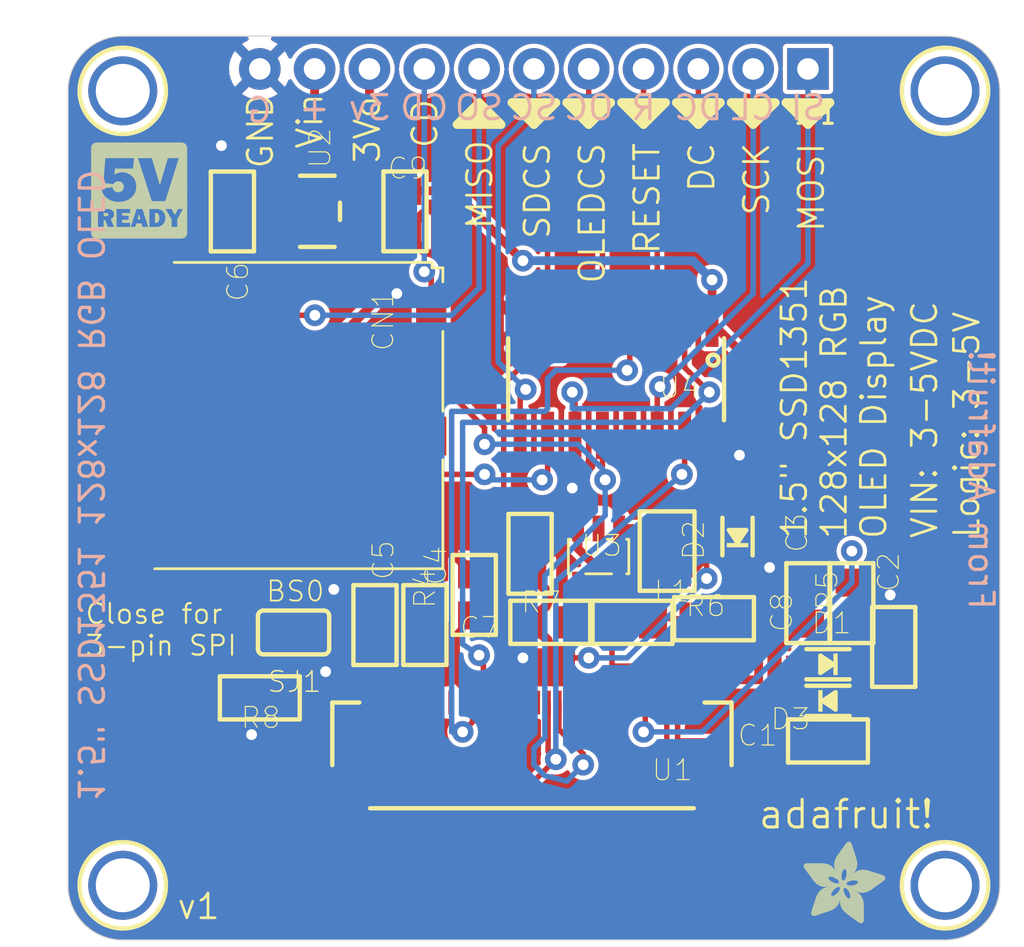
<source format=kicad_pcb>
(kicad_pcb (version 20221018) (generator pcbnew)
  (layers (0 "F.Cu" signal) (31 "B.Cu" signal) (34 "B.Paste" user) (35 "F.Paste" user) (36 "B.SilkS" user "B.Silkscreen") (37 "F.SilkS" user "F.Silkscreen") (38 "B.Mask" user) (39 "F.Mask" user) (44 "Edge.Cuts" user))
  (net 0 "")
  (net 1 "OLED_BS0")
  (net 2 "GND")
  (net 3 "IREF")
  (net 4 "MOSI/DATA1")
  (net 5 "SCK/DATA0")
  (net 6 "OLED_CS")
  (net 7 "OLED_DC")
  (net 8 "OLED_RES")
  (net 9 "VCOMH")
  (net 10 "N$6")
  (net 11 "N$7")
  (net 12 "3.3V")
  (net 13 "13V")
  (net 14 "N$3")
  (net 15 "N$5")
  (net 16 "N$8")
  (net 17 "VIN")
  (net 18 "SD_CS")
  (net 19 "SD_DOUT")
  (net 20 "SD_CD")
  (net 21 "N$12")
  (net 22 "N$13")
  (net 23 "DC")
  (net 24 "RESET")
  (net 25 "OCS")
  (net 26 "SCS")
  (net 27 "N$11")
  (footprint "working:SOT23-5" (layer "F.Cu") (at 138.4681 92.1736 -90)
    (fp_text reference "U2")
    (fp_text value "MIC5225-3.3v")
  )
  (footprint "working:SOT23-5@1" (layer "F.Cu") (at 151.4991 108.1786 180)
    (fp_text reference "U3")
    (fp_text value "FAN5331SX")
  )
  (footprint "working:SOD-123" (layer "F.Cu") (at 157.9361 107.2496 90)
    (fp_text reference "D2")
    (fp_text value "BAT54T1G")
  )
  (footprint "working:FIDUCIAL_1MM" (layer "F.Cu") (at 133.2611 85.3186)
    (fp_text reference "U$29" hide)
    (fp_text value "FIDUCIAL" hide)
  )
  (footprint "working:MICROSD" (layer "F.Cu") (at 144.1831 94.5926 -90)
    (fp_text reference "CN1")
    (fp_text value "microSD")
  )
  (footprint "working:0805" (layer "F.Cu") (at 145.7381 109.9566 -90)
    (fp_text reference "R4")
    (fp_text value "600K")
  )
  (footprint "working:LOGIC_5VREADY_5MM" (layer "F.Cu") (at 127.7101 93.7006)
    (fp_text reference "U$30" hide)
    (fp_text value "" hide)
  )
  (footprint "working:0805" (layer "F.Cu") (at 162.1271 116.7276 180)
    (fp_text reference "C1")
    (fp_text value "10uF/16V")
  )
  (footprint "working:FPC_XF2M-3015-1A" (layer "F.Cu") (at 148.4111 117.5766 180)
    (fp_text reference "U1")
    (fp_text value "UG-2828GDEDF11")
  )
  (footprint "working:SOIC16" (layer "F.Cu") (at 152.3111 99.9606 180)
    (fp_text reference "U4")
    (fp_text value "74HC4050D")
  )
  (footprint "working:MOUNTINGHOLE_2.5_PLATED" (layer "F.Cu") (at 167.5511 86.5886)
    (fp_text reference "U$24" hide)
    (fp_text value "MOUNTINGHOLE2.5" hide)
  )
  (footprint "working:SOLDERJUMPER_REFLOW_NOPASTE" (layer "F.Cu") (at 137.3651 111.6976)
    (fp_text reference "SJ1")
    (fp_text value "BS0")
  )
  (footprint "working:0805" (layer "F.Cu") (at 163.2301 110.3376 90)
    (fp_text reference "R5")
    (fp_text value "50")
  )
  (footprint "working:MOUNTINGHOLE_2.5_PLATED" (layer "F.Cu") (at 167.5511 123.4186)
    (fp_text reference "U$23" hide)
    (fp_text value "MOUNTINGHOLE2.5" hide)
  )
  (footprint "working:0805" (layer "F.Cu") (at 149.2601 111.2266 180)
    (fp_text reference "C7")
    (fp_text value "10uF")
  )
  (footprint "working:MOUNTINGHOLE_2.5_PLATED" (layer "F.Cu") (at 129.4511 86.5886)
    (fp_text reference "U$25" hide)
    (fp_text value "MOUNTINGHOLE2.5" hide)
  )
  (footprint "working:0805" (layer "F.Cu") (at 143.4521 111.3536 90)
    (fp_text reference "C4")
    (fp_text value "1.0uF")
  )
  (footprint "working:0805" (layer "F.Cu") (at 135.8011 114.7296)
    (fp_text reference "R8")
    (fp_text value "10K")
  )
  (footprint "working:0805" (layer "F.Cu") (at 165.1751 112.3696 90)
    (fp_text reference "C2")
    (fp_text value "10uF/16V")
  )
  (footprint "working:1X11_ROUND_76" (layer "F.Cu") (at 148.5011 85.5726 180)
    (fp_text reference "JP1")
    (fp_text value "")
  )
  (footprint "working:0805" (layer "F.Cu") (at 161.1981 110.3376 90)
    (fp_text reference "C3")
    (fp_text value "1.0uF")
  )
  (footprint "working:INDUCTOR_1007" (layer "F.Cu") (at 154.6741 107.9246 90)
    (fp_text reference "L1")
    (fp_text value "10uH")
  )
  (footprint "working:0805" (layer "F.Cu") (at 153.0701 111.2266)
    (fp_text reference "R6")
    (fp_text value "100K")
  )
  (footprint "working:SOD-323" (layer "F.Cu") (at 162.1271 113.1716 180)
    (fp_text reference "D1")
    (fp_text value "1N4148")
  )
  (footprint "working:0805" (layer "F.Cu") (at 142.5291 92.1766 -90)
    (fp_text reference "C9")
    (fp_text value "10uF")
  )
  (footprint "working:0805" (layer "F.Cu") (at 156.8461 111.0596)
    (fp_text reference "C8")
    (fp_text value "0.1uF")
  )
  (footprint "working:ADAFRUIT_3.5MM" (layer "F.Cu") (at 160.9841 125.1966)
    (fp_text reference "U$28" hide)
    (fp_text value "" hide)
  )
  (footprint "working:0805" (layer "F.Cu") (at 141.1381 111.3536 90)
    (fp_text reference "C5")
    (fp_text value "10uF")
  )
  (footprint "working:SOD-323" (layer "F.Cu") (at 162.1271 114.8696)
    (fp_text reference "D3")
    (fp_text value "1N4148")
  )
  (footprint "working:0805" (layer "F.Cu") (at 148.3241 108.0516 90)
    (fp_text reference "R7")
    (fp_text value "10K")
  )
  (footprint "working:FIDUCIAL_1MM" (layer "F.Cu") (at 148.7521 124.4346)
    (fp_text reference "U$26" hide)
    (fp_text value "FIDUCIAL" hide)
  )
  (footprint "working:FIDUCIAL_1MM" (layer "F.Cu") (at 163.7411 85.3186)
    (fp_text reference "U$27" hide)
    (fp_text value "FIDUCIAL" hide)
  )
  (footprint "working:0805" (layer "F.Cu") (at 134.5311 92.1796 -90)
    (fp_text reference "C6")
    (fp_text value "10uF")
  )
  (footprint "working:MOUNTINGHOLE_2.5_PLATED" (layer "F.Cu") (at 129.4511 123.4186)
    (fp_text reference "U$22" hide)
    (fp_text value "MOUNTINGHOLE2.5" hide)
  )
  (gr_line (start 155.6131 87.3876) (end 156.1211 87.3876) (stroke (width 0.4064)) (layer "F.SilkS"))
  (gr_line (start 154.5971 87.1336) (end 154.0891 87.1336) (stroke (width 0.4064)) (layer "F.SilkS"))
  (gr_line (start 153.3271 87.6416) (end 153.0731 87.3876) (stroke (width 0.4064)) (layer "F.SilkS"))
  (gr_line (start 161.2011 88.1496) (end 162.2171 87.1336) (stroke (width 0.4064)) (layer "F.SilkS"))
  (gr_line (start 153.5811 88.1496) (end 154.5971 87.1336) (stroke (width 0.4064)) (layer "F.SilkS"))
  (gr_line (start 162.2171 87.1336) (end 161.7091 87.1336) (stroke (width 0.4064)) (layer "F.SilkS"))
  (gr_line (start 148.2471 87.6416) (end 147.9931 87.3876) (stroke (width 0.4064)) (layer "F.SilkS"))
  (gr_line (start 153.0731 87.3876) (end 153.5811 87.3876) (stroke (width 0.4064)) (layer "F.SilkS"))
  (gr_line (start 161.2011 87.6416) (end 160.6931 87.1336) (stroke (width 0.4064)) (layer "F.SilkS"))
  (gr_line (start 146.4691 87.8956) (end 145.9611 87.8956) (stroke (width 0.4064)) (layer "F.SilkS"))
  (gr_line (start 161.7091 87.1336) (end 160.6931 87.1336) (stroke (width 0.4064)) (layer "F.SilkS"))
  (gr_line (start 161.7091 87.1336) (end 161.2011 87.6416) (stroke (width 0.4064)) (layer "F.SilkS"))
  (gr_line (start 151.0411 87.6416) (end 150.7871 87.6416) (stroke (width 0.4064)) (layer "F.SilkS"))
  (gr_line (start 155.8671 87.6416) (end 155.6131 87.3876) (stroke (width 0.4064)) (layer "F.SilkS"))
  (gr_line (start 151.5491 87.1336) (end 151.0411 87.6416) (stroke (width 0.4064)) (layer "F.SilkS"))
  (gr_line (start 151.0411 88.1496) (end 152.0571 87.1336) (stroke (width 0.4064)) (layer "F.SilkS"))
  (gr_line (start 158.6611 87.6416) (end 158.4071 87.6416) (stroke (width 0.4064)) (layer "F.SilkS"))
  (gr_line (start 158.4071 87.6416) (end 158.1531 87.3876) (stroke (width 0.4064)) (layer "F.SilkS"))
  (gr_line (start 154.0891 87.1336) (end 152.5651 87.1336) (stroke (width 0.4064)) (layer "F.SilkS"))
  (gr_line (start 158.6611 88.1496) (end 159.6771 87.1336) (stroke (width 0.4064)) (layer "F.SilkS"))
  (gr_line (start 144.9451 88.1496) (end 145.4531 88.1496) (stroke (width 0.4064)) (layer "F.SilkS"))
  (gr_line (start 147.9931 87.3876) (end 148.5011 87.3876) (stroke (width 0.4064)) (layer "F.SilkS"))
  (gr_line (start 157.1371 87.1336) (end 156.6291 87.1336) (stroke (width 0.4064)) (layer "F.SilkS"))
  (gr_line (start 160.6931 87.1336) (end 160.1851 87.1336) (stroke (width 0.4064)) (layer "F.SilkS"))
  (gr_line (start 150.0251 87.1336) (end 151.0411 88.1496) (stroke (width 0.4064)) (layer "F.SilkS"))
  (gr_line (start 156.1211 88.1496) (end 157.1371 87.1336) (stroke (width 0.4064)) (layer "F.SilkS"))
  (gr_line (start 155.1051 87.1336) (end 156.1211 88.1496) (stroke (width 0.4064)) (layer "F.SilkS"))
  (gr_line (start 150.5331 87.3876) (end 151.0411 87.3876) (stroke (width 0.4064)) (layer "F.SilkS"))
  (gr_line (start 154.0891 87.1336) (end 153.5811 87.6416) (stroke (width 0.4064)) (layer "F.SilkS"))
  (gr_line (start 151.5491 87.1336) (end 150.0251 87.1336) (stroke (width 0.4064)) (layer "F.SilkS"))
  (gr_line (start 145.9611 87.6416) (end 146.2151 87.6416) (stroke (width 0.4064)) (layer "F.SilkS"))
  (gr_line (start 156.1211 87.6416) (end 155.8671 87.6416) (stroke (width 0.4064)) (layer "F.SilkS"))
  (gr_line (start 150.7871 87.6416) (end 150.5331 87.3876) (stroke (width 0.4064)) (layer "F.SilkS"))
  (gr_line (start 153.5811 87.6416) (end 153.3271 87.6416) (stroke (width 0.4064)) (layer "F.SilkS"))
  (gr_line (start 145.9611 87.1336) (end 144.9451 88.1496) (stroke (width 0.4064)) (layer "F.SilkS"))
  (gr_line (start 149.0091 87.1336) (end 147.4851 87.1336) (stroke (width 0.4064)) (layer "F.SilkS"))
  (gr_line (start 156.6291 87.1336) (end 155.1051 87.1336) (stroke (width 0.4064)) (layer "F.SilkS"))
  (gr_line (start 145.4531 88.1496) (end 145.9611 87.6416) (stroke (width 0.4064)) (layer "F.SilkS"))
  (gr_line (start 146.9771 88.1496) (end 145.9611 87.1336) (stroke (width 0.4064)) (layer "F.SilkS"))
  (gr_line (start 157.6451 87.1336) (end 158.6611 88.1496) (stroke (width 0.4064)) (layer "F.SilkS"))
  (gr_line (start 158.1531 87.3876) (end 158.6611 87.3876) (stroke (width 0.4064)) (layer "F.SilkS"))
  (gr_line (start 159.1691 87.1336) (end 158.6611 87.6416) (stroke (width 0.4064)) (layer "F.SilkS"))
  (gr_line (start 147.4851 87.1336) (end 148.5011 88.1496) (stroke (width 0.4064)) (layer "F.SilkS"))
  (gr_line (start 148.5011 88.1496) (end 149.5171 87.1336) (stroke (width 0.4064)) (layer "F.SilkS"))
  (gr_line (start 159.1691 87.1336) (end 157.6451 87.1336) (stroke (width 0.4064)) (layer "F.SilkS"))
  (gr_line (start 160.1851 87.1336) (end 161.2011 88.1496) (stroke (width 0.4064)) (layer "F.SilkS"))
  (gr_line (start 148.5011 87.6416) (end 148.2471 87.6416) (stroke (width 0.4064)) (layer "F.SilkS"))
  (gr_line (start 152.5651 87.1336) (end 153.5811 88.1496) (stroke (width 0.4064)) (layer "F.SilkS"))
  (gr_line (start 156.6291 87.1336) (end 156.1211 87.6416) (stroke (width 0.4064)) (layer "F.SilkS"))
  (gr_line (start 159.6771 87.1336) (end 159.1691 87.1336) (stroke (width 0.4064)) (layer "F.SilkS"))
  (gr_line (start 152.0571 87.1336) (end 151.5491 87.1336) (stroke (width 0.4064)) (layer "F.SilkS"))
  (gr_line (start 149.0091 87.1336) (end 148.5011 87.6416) (stroke (width 0.4064)) (layer "F.SilkS"))
  (gr_line (start 145.4531 88.1496) (end 146.9771 88.1496) (stroke (width 0.4064)) (layer "F.SilkS"))
  (gr_line (start 146.2151 87.6416) (end 146.4691 87.8956) (stroke (width 0.4064)) (layer "F.SilkS"))
  (gr_line (start 149.5171 87.1336) (end 149.0091 87.1336) (stroke (width 0.4064)) (layer "F.SilkS"))
  (gr_arc (start 126.9111 86.5886) (mid 127.655049 84.792549) (end 129.4511 84.0486) (stroke (width 0.05)) (layer "Edge.Cuts"))
  (gr_line (start 170.0911 123.4186) (end 170.0911 86.5886) (stroke (width 0.05)) (layer "Edge.Cuts"))
  (gr_arc (start 170.0911 123.4186) (mid 169.347151 125.214651) (end 167.5511 125.9586) (stroke (width 0.05)) (layer "Edge.Cuts"))
  (gr_arc (start 129.4511 125.9586) (mid 127.655049 125.214651) (end 126.9111 123.4186) (stroke (width 0.05)) (layer "Edge.Cuts"))
  (gr_line (start 167.5511 84.0486) (end 129.4511 84.0486) (stroke (width 0.05)) (layer "Edge.Cuts"))
  (gr_arc (start 167.5511 84.0486) (mid 169.347151 84.792549) (end 170.0911 86.5886) (stroke (width 0.05)) (layer "Edge.Cuts"))
  (gr_line (start 129.4511 125.9586) (end 167.5511 125.9586) (stroke (width 0.05)) (layer "Edge.Cuts"))
  (gr_line (start 126.9111 86.5886) (end 126.9111 123.4186) (stroke (width 0.05)) (layer "Edge.Cuts"))
  (gr_text "CD" (at 143.4211 86.7156) (layer "B.SilkS") (effects (font (size 1.1176 1.1176) (thickness 0.1524)) (justify top mirror)))
  (gr_text "+" (at 138.3411 86.7156) (layer "B.SilkS") (effects (font (size 1.1176 1.1176) (thickness 0.1524)) (justify top mirror)))
  (gr_text "R" (at 153.5811 86.7156) (layer "B.SilkS") (effects (font (size 1.1176 1.1176) (thickness 0.1524)) (justify top mirror)))
  (gr_text "CL" (at 158.6611 86.7156) (layer "B.SilkS") (effects (font (size 1.1176 1.1176) (thickness 0.1524)) (justify top mirror)))
  (gr_text "SC" (at 148.5011 86.7156) (layer "B.SilkS") (effects (font (size 1.1176 1.1176) (thickness 0.1524)) (justify top mirror)))
  (gr_text "1.5\" SSD1351 128x128 RGB OLED" (at 127.2921 104.8766 -90) (layer "B.SilkS") (effects (font (size 1.1176 1.1176) (thickness 0.1524)) (justify bottom mirror)))
  (gr_text "3v" (at 140.8811 86.7156) (layer "B.SilkS") (effects (font (size 1.1176 1.1176) (thickness 0.1524)) (justify top mirror)))
  (gr_text "DC" (at 156.1211 86.7156) (layer "B.SilkS") (effects (font (size 1.1176 1.1176) (thickness 0.1524)) (justify top mirror)))
  (gr_text "SI" (at 161.2011 86.7156) (layer "B.SilkS") (effects (font (size 1.1176 1.1176) (thickness 0.1524)) (justify top mirror)))
  (gr_text "SO" (at 145.9611 86.7156) (layer "B.SilkS") (effects (font (size 1.1176 1.1176) (thickness 0.1524)) (justify top mirror)))
  (gr_text "From Adafruit!" (at 168.5671 104.6226 -90) (layer "B.SilkS") (effects (font (size 1.1176 1.1176) (thickness 0.1524)) (justify bottom mirror)))
  (gr_text "OC" (at 151.0411 86.7156) (layer "B.SilkS") (effects (font (size 1.1176 1.1176) (thickness 0.1524)) (justify top mirror)))
  (gr_text "G" (at 135.8011 86.8426) (layer "B.SilkS") (effects (font (size 1.1176 1.1176) (thickness 0.1524)) (justify top mirror)))
  (gr_text "DC" (at 155.6131 88.9116 90) (layer "F.SilkS") (effects (font (size 1.143 1.143) (thickness 0.127)) (justify right top)))
  (gr_text "Logic: 3-5V" (at 169.2281 107.4116 90) (layer "F.SilkS") (effects (font (size 1.143 1.143) (thickness 0.127)) (justify left bottom)))
  (gr_text "1.5\" SSD1351\n128x128 RGB \nOLED Display" (at 164.9181 107.4436 90) (layer "F.SilkS") (effects (font (size 1.143 1.143) (thickness 0.127)) (justify left bottom)))
  (gr_text "BS0" (at 136.0361 110.3376) (layer "F.SilkS") (effects (font (size 0.93472 0.93472) (thickness 0.08128)) (justify left bottom)))
  (gr_text "VIN: 3-5VDC" (at 167.2741 107.4116 90) (layer "F.SilkS") (effects (font (size 1.143 1.143) (thickness 0.127)) (justify left bottom)))
  (gr_text "Vin" (at 137.4521 86.6256 90) (layer "F.SilkS") (effects (font (size 1.143 1.143) (thickness 0.127)) (justify right top)))
  (gr_text "MISO" (at 145.3261 88.7846 90) (layer "F.SilkS") (effects (font (size 1.143 1.143) (thickness 0.127)) (justify right top)))
  (gr_text "3Vo" (at 140.1191 86.7526 90) (layer "F.SilkS") (effects (font (size 1.143 1.143) (thickness 0.127)) (justify right top)))
  (gr_text "OLEDCS" (at 150.5331 88.9116 90) (layer "F.SilkS") (effects (font (size 1.143 1.143) (thickness 0.127)) (justify right top)))
  (gr_text "CD" (at 142.7861 86.8796 90) (layer "F.SilkS") (effects (font (size 1.143 1.143) (thickness 0.127)) (justify right top)))
  (gr_text "Close for\n3-pin SPI" (at 127.6551 112.8406) (layer "F.SilkS") (effects (font (size 0.9144 0.9144) (thickness 0.1016)) (justify left bottom)))
  (gr_text "MOSI" (at 160.6931 88.9116 90) (layer "F.SilkS") (effects (font (size 1.143 1.143) (thickness 0.127)) (justify right top)))
  (gr_text "v1" (at 131.9011 125.0696) (layer "F.SilkS") (effects (font (size 1.143 1.143) (thickness 0.127)) (justify left bottom)))
  (gr_text "RESET" (at 153.0731 88.9116 90) (layer "F.SilkS") (effects (font (size 1.143 1.143) (thickness 0.127)) (justify right top)))
  (gr_text "adafruit!" (at 158.8251 120.8786) (layer "F.SilkS") (effects (font (size 1.28016 1.28016) (thickness 0.14224)) (justify left bottom)))
  (gr_text "GND" (at 135.1661 86.6256 90) (layer "F.SilkS") (effects (font (size 1.143 1.143) (thickness 0.127)) (justify right top)))
  (gr_text "SCK" (at 158.1531 88.9116 90) (layer "F.SilkS") (effects (font (size 1.143 1.143) (thickness 0.127)) (justify right top)))
  (gr_text "SDCS" (at 147.9931 88.9116 90) (layer "F.SilkS") (effects (font (size 1.143 1.143) (thickness 0.127)) (justify right top)))
  (segment (start 147.6611 114.9466) (end 147.6611 117.3226) (width 0.254) (layer "F.Cu") (net 1))
  (segment (start 136.7511 111.8456) (end 136.7511 114.7296) (width 0.254) (layer "F.Cu") (net 1))
  (segment (start 136.6031 111.6976) (end 136.7511 111.8456) (width 0.254) (layer "F.Cu") (net 1))
  (segment (start 136.7511 117.3226) (end 147.6611 117.3226) (width 0.254) (layer "F.Cu") (net 1))
  (segment (start 136.5631 114.5416) (end 136.7511 114.7296) (width 0.254) (layer "F.Cu") (net 1))
  (segment (start 136.7511 114.7296) (end 136.7511 117.3226) (width 0.254) (layer "F.Cu") (net 1))
  (segment (start 165.0111 111.2556) (end 165.0111 109.9566) (width 0.4064) (layer "F.Cu") (net 2))
  (segment (start 130.6431 94.9926) (end 130.7211 94.9146) (width 0.4064) (layer "F.Cu") (net 2))
  (segment (start 163.0771 116.7276) (end 163.0771 116.6586) (width 0.4064) (layer "F.Cu") (net 2))
  (segment (start 162.0501 114.8696) (end 160.8571 114.8696) (width 0.4064) (layer "F.Cu") (net 2))
  (segment (start 141.1351 114.9206) (end 141.1611 114.9466) (width 0.254) (layer "F.Cu") (net 2))
  (segment (start 148.2471 111.2896) (end 148.3101 111.2266) (width 0.254) (layer "F.Cu") (net 2))
  (segment (start 142.1611 114.9466) (end 142.1611 114.0306) (width 0.254) (layer "F.Cu") (net 2))
  (segment (start 142.1611 114.0306) (end 141.8971 113.7666) (width 0.254) (layer "F.Cu") (net 2))
  (segment (start 134.7221 92.9386) (end 134.5311 93.1296) (width 0.4064) (layer "F.Cu") (net 2))
  (segment (start 147.1611 114.0906) (end 147.4851 113.7666) (width 0.254) (layer "F.Cu") (net 2))
  (segment (start 147.4851 113.7666) (end 147.9931 113.7666) (width 0.4064) (layer "F.Cu") (net 2))
  (segment (start 137.168 92.1736) (end 136.3121 92.1736) (width 0.4064) (layer "F.Cu") (net 2))
  (segment (start 162.2171 115.0366) (end 162.0501 114.8696) (width 0.4064) (layer "F.Cu") (net 2))
  (segment (start 163.0771 116.6586) (end 162.2171 115.7986) (width 0.4064) (layer "F.Cu") (net 2))
  (segment (start 136.3121 92.1736) (end 135.5471 92.9386) (width 0.4064) (layer "F.Cu") (net 2))
  (segment (start 141.8971 113.7666) (end 141.1351 113.7666) (width 0.254) (layer "F.Cu") (net 2))
  (segment (start 147.9931 113.7666) (end 147.9931 112.8776) (width 0.4064) (layer "F.Cu") (net 2))
  (segment (start 135.5471 92.9386) (end 134.7221 92.9386) (width 0.4064) (layer "F.Cu") (net 2))
  (segment (start 165.1751 111.4196) (end 165.0111 111.2556) (width 0.4064) (layer "F.Cu") (net 2))
  (segment (start 147.1611 114.9466) (end 147.1611 114.0906) (width 0.254) (layer "F.Cu") (net 2))
  (segment (start 162.2171 115.7986) (end 162.2171 115.0366) (width 0.4064) (layer "F.Cu") (net 2))
  (segment (start 161.1981 111.2876) (end 161.1371 111.2266) (width 0.4064) (layer "F.Cu") (net 2))
  (segment (start 141.1351 113.7666) (end 141.1351 114.9206) (width 0.254) (layer "F.Cu") (net 2))
  (via (at 165.0111 109.9566) (size 1.008) (drill 0.5) (layers "F.Cu" "B.Cu") (net 2))
  (via (at 142.1511 95.9866) (size 1.008) (drill 0.5) (layers "F.Cu" "B.Cu") (net 2))
  (via (at 159.4231 108.6866) (size 1.008) (drill 0.5) (layers "F.Cu" "B.Cu") (net 2))
  (via (at 139.2301 109.7026) (size 1.008) (drill 0.5) (layers "F.Cu" "B.Cu") (net 2))
  (via (at 138.8491 113.5126) (size 1.008) (drill 0.5) (layers "F.Cu" "B.Cu") (net 2))
  (via (at 135.4201 116.4336) (size 1.008) (drill 0.5) (layers "F.Cu" "B.Cu") (net 2))
  (via (at 150.2791 105.0036) (size 1.008) (drill 0.5) (layers "F.Cu" "B.Cu") (net 2))
  (via (at 147.9931 112.8776) (size 1.008) (drill 0.5) (layers "F.Cu" "B.Cu") (net 2))
  (via (at 134.0231 89.1286) (size 1.008) (drill 0.5) (layers "F.Cu" "B.Cu") (net 2))
  (via (at 158.0261 103.4796) (size 1.008) (drill 0.5) (layers "F.Cu" "B.Cu") (net 2))
  (segment (start 165.0111 109.9566) (end 165.0111 109.7026) (width 0.4064) (layer "B.Cu") (net 2))
  (segment (start 145.1611 114.2366) (end 144.9451 114.0206) (width 0.254) (layer "F.Cu") (net 3))
  (segment (start 145.1611 114.9466) (end 145.1611 114.2366) (width 0.254) (layer "F.Cu") (net 3))
  (segment (start 144.9451 114.0206) (end 144.9451 111.6996) (width 0.254) (layer "F.Cu") (net 3))
  (segment (start 144.9451 111.6996) (end 145.7381 110.9066) (width 0.254) (layer "F.Cu") (net 3))
  (segment (start 151.6761 104.4956) (end 151.6761 102.5606) (width 0.254) (layer "F.Cu") (net 4))
  (segment (start 151.8031 104.6226) (end 151.6761 104.4956) (width 0.254) (layer "F.Cu") (net 4))
  (segment (start 149.6611 114.9466) (end 149.6611 116.1966) (width 0.254) (layer "F.Cu") (net 4))
  (segment (start 144.8181 100.8126) (end 146.2151 102.2096) (width 0.254) (layer "F.Cu") (net 4))
  (segment (start 142.3331 101.3926) (end 142.9131 100.8126) (width 0.254) (layer "F.Cu") (net 4))
  (segment (start 146.2151 102.2096) (end 146.2151 102.9716) (width 0.254) (layer "F.Cu") (net 4))
  (segment (start 149.6611 116.1966) (end 150.7871 117.3226) (width 0.254) (layer "F.Cu") (net 4))
  (segment (start 142.9131 100.8126) (end 144.8181 100.8126) (width 0.254) (layer "F.Cu") (net 4))
  (segment (start 150.7871 117.3226) (end 150.7871 117.8306) (width 0.254) (layer "F.Cu") (net 4))
  (segment (start 133.5431 101.3926) (end 142.3331 101.3926) (width 0.254) (layer "F.Cu") (net 4))
  (via (at 146.2151 102.9716) (size 1.008) (drill 0.5) (layers "F.Cu" "B.Cu") (net 4))
  (via (at 151.8031 104.6226) (size 1.008) (drill 0.5) (layers "F.Cu" "B.Cu") (net 4))
  (via (at 150.7871 117.8306) (size 1.008) (drill 0.5) (layers "F.Cu" "B.Cu") (net 4))
  (segment (start 150.5331 102.9716) (end 151.6761 104.1146) (width 0.254) (layer "B.Cu") (net 4))
  (segment (start 149.0091 109.0676) (end 151.8031 106.2736) (width 0.254) (layer "B.Cu") (net 4))
  (segment (start 151.6761 104.4956) (end 151.8031 104.6226) (width 0.254) (layer "B.Cu") (net 4))
  (segment (start 150.7871 117.8306) (end 150.0251 118.5926) (width 0.254) (layer "B.Cu") (net 4))
  (segment (start 151.6761 104.1146) (end 151.6761 104.4956) (width 0.254) (layer "B.Cu") (net 4))
  (segment (start 150.0251 118.5926) (end 149.0091 118.3386) (width 0.254) (layer "B.Cu") (net 4))
  (segment (start 149.0091 118.3386) (end 148.5011 117.8306) (width 0.254) (layer "B.Cu") (net 4))
  (segment (start 149.0091 116.5606) (end 149.0091 109.0676) (width 0.254) (layer "B.Cu") (net 4))
  (segment (start 151.8031 106.2736) (end 151.8031 104.6226) (width 0.254) (layer "B.Cu") (net 4))
  (segment (start 148.5011 117.0686) (end 149.0091 116.5606) (width 0.254) (layer "B.Cu") (net 4))
  (segment (start 146.2151 102.9716) (end 150.5331 102.9716) (width 0.254) (layer "B.Cu") (net 4))
  (segment (start 148.5011 117.8306) (end 148.5011 117.0686) (width 0.254) (layer "B.Cu") (net 4))
  (segment (start 131.2291 105.7656) (end 133.0071 107.5436) (width 0.254) (layer "F.Cu") (net 5))
  (segment (start 155.4861 104.2416) (end 155.4861 102.5606) (width 0.254) (layer "F.Cu") (net 5))
  (segment (start 137.9601 120.4976) (end 146.5961 120.4976) (width 0.254) (layer "F.Cu") (net 5))
  (segment (start 133.0071 107.5436) (end 133.0071 115.5446) (width 0.254) (layer "F.Cu") (net 5))
  (segment (start 146.5961 120.4976) (end 149.5171 117.5766) (width 0.254) (layer "F.Cu") (net 5))
  (segment (start 149.1611 117.2206) (end 149.5171 117.5766) (width 0.254) (layer "F.Cu") (net 5))
  (segment (start 155.3591 104.3686) (end 155.4861 104.2416) (width 0.254) (layer "F.Cu") (net 5))
  (segment (start 131.9601 99.1926) (end 131.2291 99.9236) (width 0.254) (layer "F.Cu") (net 5))
  (segment (start 131.2291 99.9236) (end 131.2291 105.7656) (width 0.254) (layer "F.Cu") (net 5))
  (segment (start 133.0071 115.5446) (end 137.9601 120.4976) (width 0.254) (layer "F.Cu") (net 5))
  (segment (start 149.1611 114.9466) (end 149.1611 117.2206) (width 0.254) (layer "F.Cu") (net 5))
  (segment (start 133.5431 99.1926) (end 131.9601 99.1926) (width 0.254) (layer "F.Cu") (net 5))
  (via (at 149.5171 117.5766) (size 1.008) (drill 0.5) (layers "F.Cu" "B.Cu") (net 5))
  (via (at 155.3591 104.3686) (size 1.008) (drill 0.5) (layers "F.Cu" "B.Cu") (net 5))
  (segment (start 149.5171 109.3216) (end 155.3591 104.3686) (width 0.254) (layer "B.Cu") (net 5))
  (segment (start 149.5171 117.5766) (end 149.5171 109.3216) (width 0.254) (layer "B.Cu") (net 5))
  (segment (start 149.7711 99.0346) (end 150.2791 98.5266) (width 0.254) (layer "F.Cu") (net 6))
  (segment (start 146.6611 113.4476) (end 147.1041 113.0046) (width 0.254) (layer "F.Cu") (net 6))
  (segment (start 150.2791 98.5266) (end 150.2791 97.4876) (width 0.254) (layer "F.Cu") (net 6))
  (segment (start 147.1041 100.1776) (end 148.2471 99.0346) (width 0.254) (layer "F.Cu") (net 6))
  (segment (start 146.6611 114.9466) (end 146.6611 113.4476) (width 0.254) (layer "F.Cu") (net 6))
  (segment (start 148.2471 99.0346) (end 149.7711 99.0346) (width 0.254) (layer "F.Cu") (net 6))
  (segment (start 150.2791 97.4876) (end 150.4061 97.3606) (width 0.254) (layer "F.Cu") (net 6))
  (segment (start 147.1041 113.0046) (end 147.1041 100.1776) (width 0.254) (layer "F.Cu") (net 6))
  (segment (start 155.4861 99.4156) (end 155.4861 97.3606) (width 0.254) (layer "F.Cu") (net 7))
  (segment (start 146.1611 114.9466) (end 146.1611 112.9506) (width 0.254) (layer "F.Cu") (net 7))
  (segment (start 146.1611 112.9506) (end 145.9611 112.7506) (width 0.254) (layer "F.Cu") (net 7))
  (segment (start 156.6291 100.5586) (end 155.4861 99.4156) (width 0.254) (layer "F.Cu") (net 7))
  (via (at 156.6291 100.5586) (size 1.008) (drill 0.5) (layers "F.Cu" "B.Cu") (net 7))
  (via (at 145.9611 112.7506) (size 1.008) (drill 0.5) (layers "F.Cu" "B.Cu") (net 7))
  (segment (start 155.2321 101.9556) (end 156.6291 100.5586) (width 0.254) (layer "B.Cu") (net 7))
  (segment (start 145.1991 112.2426) (end 145.1991 101.9556) (width 0.254) (layer "B.Cu") (net 7))
  (segment (start 145.1991 101.9556) (end 155.2321 101.9556) (width 0.254) (layer "B.Cu") (net 7))
  (segment (start 145.9611 112.7506) (end 145.1991 112.2426) (width 0.254) (layer "B.Cu") (net 7))
  (segment (start 145.6611 114.9466) (end 145.6611 115.8446) (width 0.254) (layer "F.Cu") (net 8))
  (segment (start 152.9461 99.4156) (end 152.9461 97.3606) (width 0.254) (layer "F.Cu") (net 8))
  (segment (start 145.6611 115.8446) (end 145.1991 116.3066) (width 0.254) (layer "F.Cu") (net 8))
  (segment (start 152.8191 99.5426) (end 152.9461 99.4156) (width 0.254) (layer "F.Cu") (net 8))
  (via (at 152.8191 99.5426) (size 1.008) (drill 0.5) (layers "F.Cu" "B.Cu") (net 8))
  (via (at 145.1991 116.3066) (size 1.008) (drill 0.5) (layers "F.Cu" "B.Cu") (net 8))
  (segment (start 144.6911 116.3066) (end 144.6911 101.4476) (width 0.254) (layer "B.Cu") (net 8))
  (segment (start 149.1361 101.3206) (end 149.1361 99.9236) (width 0.254) (layer "B.Cu") (net 8))
  (segment (start 149.5171 99.5426) (end 152.8191 99.5426) (width 0.254) (layer "B.Cu") (net 8))
  (segment (start 149.0091 101.4476) (end 149.1361 101.3206) (width 0.254) (layer "B.Cu") (net 8))
  (segment (start 144.6911 101.4476) (end 149.0091 101.4476) (width 0.254) (layer "B.Cu") (net 8))
  (segment (start 149.1361 99.9236) (end 149.5171 99.5426) (width 0.254) (layer "B.Cu") (net 8))
  (segment (start 145.1991 116.3066) (end 144.6911 116.3066) (width 0.254) (layer "B.Cu") (net 8))
  (segment (start 159.6771 117.3226) (end 159.6771 118.0846) (width 0.254) (layer "F.Cu") (net 9))
  (segment (start 165.1751 118.0846) (end 165.1751 113.3196) (width 0.254) (layer "F.Cu") (net 9))
  (segment (start 159.6771 118.0846) (end 165.1751 118.0846) (width 0.254) (layer "F.Cu") (net 9))
  (segment (start 154.6611 117.3226) (end 159.6771 117.3226) (width 0.254) (layer "F.Cu") (net 9))
  (segment (start 154.6611 114.9466) (end 154.6611 117.3226) (width 0.254) (layer "F.Cu") (net 9))
  (segment (start 163.2331 109.3846) (end 163.2301 109.3876) (width 0.254) (layer "F.Cu") (net 10))
  (segment (start 153.6611 116.3066) (end 153.5811 116.3066) (width 0.254) (layer "F.Cu") (net 10))
  (segment (start 153.6611 114.9466) (end 153.6611 116.3066) (width 0.254) (layer "F.Cu") (net 10))
  (segment (start 163.2331 107.9246) (end 163.2331 109.3846) (width 0.254) (layer "F.Cu") (net 10))
  (via (at 163.2331 107.9246) (size 1.008) (drill 0.5) (layers "F.Cu" "B.Cu") (net 10))
  (via (at 153.5811 116.3066) (size 1.008) (drill 0.5) (layers "F.Cu" "B.Cu") (net 10))
  (segment (start 163.2301 109.3876) (end 163.2301 107.9276) (width 0.254) (layer "B.Cu") (net 10))
  (segment (start 163.2301 107.9276) (end 163.2331 107.9246) (width 0.254) (layer "B.Cu") (net 10))
  (segment (start 153.5811 116.3066) (end 156.3111 116.3066) (width 0.254) (layer "B.Cu") (net 10))
  (segment (start 156.3111 116.3066) (end 163.2301 109.3876) (width 0.254) (layer "B.Cu") (net 10))
  (segment (start 161.3461 113.1716) (end 163.2301 111.2876) (width 0.3048) (layer "F.Cu") (net 11))
  (segment (start 160.8571 113.1716) (end 161.3461 113.1716) (width 0.3048) (layer "F.Cu") (net 11))
  (segment (start 150.5491 110.8876) (end 150.5491 109.4787) (width 0.4064) (layer "F.Cu") (net 12))
  (segment (start 156.7561 97.3606) (end 159.2961 99.9006) (width 0.4064) (layer "F.Cu") (net 12))
  (segment (start 159.2961 107.5436) (end 160.7511 107.5436) (width 0.4064) (layer "F.Cu") (net 12))
  (segment (start 141.0081 91.2236) (end 140.8811 91.2236) (width 0.4064) (layer "F.Cu") (net 12))
  (segment (start 138.7331 112.3036) (end 141.1381 112.3036) (width 0.254) (layer "F.Cu") (net 12))
  (segment (start 150.2791 112.8776) (end 150.2791 111.2266) (width 0.254) (layer "F.Cu") (net 12))
  (segment (start 154.6741 109.0516) (end 155.6291 109.0516) (width 0.4064) (layer "F.Cu") (net 12))
  (segment (start 150.2791 112.8776) (end 151.0411 112.8776) (width 0.254) (layer "F.Cu") (net 12))
  (segment (start 142.5291 91.2266) (end 142.5261 91.2236) (width 0.4064) (layer "F.Cu") (net 12))
  (segment (start 137.9601 110.0836) (end 138.1271 110.2506) (width 0.4064) (layer "F.Cu") (net 12))
  (segment (start 133.1431 100.2926) (end 137.2101 100.2926) (width 0.4064) (layer "F.Cu") (net 12))
  (segment (start 152.4491 109.4787) (end 152.8762 109.0516) (width 0.4064) (layer "F.Cu") (net 12))
  (segment (start 157.1371 107.5436) (end 159.2961 107.5436) (width 0.4064) (layer "F.Cu") (net 12))
  (segment (start 138.1271 110.2506) (end 138.1271 111.6976) (width 0.4064) (layer "F.Cu") (net 12))
  (segment (start 154.1611 114.9466) (end 154.1611 114.0206) (width 0.254) (layer "F.Cu") (net 12))
  (segment (start 141.1381 112.3036) (end 142.6611 113.8266) (width 0.254) (layer "F.Cu") (net 12))
  (segment (start 156.5021 108.1786) (end 157.1371 107.5436) (width 0.4064) (layer "F.Cu") (net 12))
  (segment (start 136.6901 110.0836) (end 137.9601 110.0836) (width 0.4064) (layer "F.Cu") (net 12))
  (segment (start 156.5021 109.1946) (end 156.5021 108.1786) (width 0.254) (layer "F.Cu") (net 12))
  (segment (start 161.2011 108.9406) (end 161.1981 109.3876) (width 0.4064) (layer "F.Cu") (net 12))
  (segment (start 142.5261 91.2236) (end 144.7541 91.2236) (width 0.4064) (layer "F.Cu") (net 12))
  (segment (start 156.7561 95.3516) (end 156.7561 97.3606) (width 0.4064) (layer "F.Cu") (net 12))
  (segment (start 160.7511 107.5436) (end 161.2011 107.9936) (width 0.4064) (layer "F.Cu") (net 12))
  (segment (start 140.8811 85.5726) (end 140.8811 91.2236) (width 0.4064) (layer "F.Cu") (net 12))
  (segment (start 159.2961 99.9006) (end 159.2961 107.5436) (width 0.4064) (layer "F.Cu") (net 12))
  (segment (start 142.5261 91.2236) (end 141.0081 91.2236) (width 0.4064) (layer "F.Cu") (net 12))
  (segment (start 154.1611 114.0206) (end 150.2791 114.0206) (width 0.254) (layer "F.Cu") (net 12))
  (segment (start 150.2791 111.2266) (end 150.2101 111.2266) (width 0.254) (layer "F.Cu") (net 12))
  (segment (start 150.2791 114.0206) (end 150.2791 112.8776) (width 0.254) (layer "F.Cu") (net 12))
  (segment (start 131.9911 100.2926) (end 131.9911 105.3846) (width 0.4064) (layer "F.Cu") (net 12))
  (segment (start 133.1431 100.2926) (end 131.9911 100.2926) (width 0.4064) (layer "F.Cu") (net 12))
  (segment (start 161.2011 107.9936) (end 161.2011 108.9406) (width 0.4064) (layer "F.Cu") (net 12))
  (segment (start 144.7541 91.2236) (end 147.9931 94.4626) (width 0.4064) (layer "F.Cu") (net 12))
  (segment (start 152.8762 109.0516) (end 154.6741 109.0516) (width 0.4064) (layer "F.Cu") (net 12))
  (segment (start 138.1271 111.6976) (end 138.7331 112.3036) (width 0.254) (layer "F.Cu") (net 12))
  (segment (start 140.8811 91.2236) (end 139.7682 91.2236) (width 0.4064) (layer "F.Cu") (net 12))
  (segment (start 142.6611 113.8266) (end 142.6611 114.9466) (width 0.254) (layer "F.Cu") (net 12))
  (segment (start 155.6291 109.0516) (end 156.5021 108.1786) (width 0.4064) (layer "F.Cu") (net 12))
  (segment (start 131.9911 105.3846) (end 136.6901 110.0836) (width 0.4064) (layer "F.Cu") (net 12))
  (segment (start 150.2101 111.2266) (end 150.5491 110.8876) (width 0.4064) (layer "F.Cu") (net 12))
  (segment (start 137.2101 100.2926) (end 141.0081 96.4946) (width 0.4064) (layer "F.Cu") (net 12))
  (segment (start 141.0081 96.4946) (end 141.0081 91.2236) (width 0.4064) (layer "F.Cu") (net 12))
  (via (at 156.5021 109.1946) (size 1.008) (drill 0.5) (layers "F.Cu" "B.Cu") (net 12))
  (via (at 151.0411 112.8776) (size 1.008) (drill 0.5) (layers "F.Cu" "B.Cu") (net 12))
  (via (at 147.9931 94.4626) (size 1.008) (drill 0.5) (layers "F.Cu" "B.Cu") (net 12))
  (via (at 156.7561 95.3516) (size 1.008) (drill 0.5) (layers "F.Cu" "B.Cu") (net 12))
  (segment (start 151.0411 112.8776) (end 152.8191 112.8776) (width 0.254) (layer "B.Cu") (net 12))
  (segment (start 152.8191 112.8776) (end 156.5021 109.1946) (width 0.254) (layer "B.Cu") (net 12))
  (segment (start 147.9931 94.4626) (end 155.8671 94.4626) (width 0.4064) (layer "B.Cu") (net 12))
  (segment (start 155.8671 94.4626) (end 156.7561 95.3516) (width 0.4064) (layer "B.Cu") (net 12))
  (segment (start 158.9151 113.8936) (end 158.9151 109.5756) (width 0.4064) (layer "F.Cu") (net 13))
  (segment (start 155.1611 114.9466) (end 155.1611 116.7276) (width 0.254) (layer "F.Cu") (net 13))
  (segment (start 154.1871 111.0596) (end 155.8961 111.0596) (width 0.254) (layer "F.Cu") (net 13))
  (segment (start 154.1871 111.0596) (end 154.0201 111.2266) (width 0.254) (layer "F.Cu") (net 13))
  (segment (start 155.1611 116.7276) (end 161.1771 116.7276) (width 0.254) (layer "F.Cu") (net 13))
  (segment (start 155.1611 114.1476) (end 155.3591 113.8936) (width 0.254) (layer "F.Cu") (net 13))
  (segment (start 158.9151 109.5756) (end 158.4391 109.0996) (width 0.4064) (layer "F.Cu") (net 13))
  (segment (start 155.1611 114.9466) (end 155.1611 114.1476) (width 0.254) (layer "F.Cu") (net 13))
  (segment (start 155.3591 113.8936) (end 158.9151 113.8936) (width 0.4064) (layer "F.Cu") (net 13))
  (segment (start 156.1501 110.6316) (end 157.9361 109.0996) (width 0.254) (layer "F.Cu") (net 13))
  (segment (start 155.8961 111.0596) (end 156.1501 110.6316) (width 0.254) (layer "F.Cu") (net 13))
  (segment (start 158.4391 109.0996) (end 157.9361 109.0996) (width 0.4064) (layer "F.Cu") (net 13))
  (segment (start 143.1611 112.5946) (end 143.1611 114.9466) (width 0.254) (layer "F.Cu") (net 14))
  (segment (start 143.4521 112.3036) (end 143.1611 112.5946) (width 0.254) (layer "F.Cu") (net 14))
  (segment (start 154.5932 106.8785) (end 154.6741 106.7976) (width 0.4064) (layer "F.Cu") (net 15))
  (segment (start 152.4491 106.8785) (end 154.5932 106.8785) (width 0.4064) (layer "F.Cu") (net 15))
  (segment (start 154.6741 106.7976) (end 156.5381 106.7976) (width 0.4064) (layer "F.Cu") (net 15))
  (segment (start 156.5381 106.7976) (end 157.9361 105.3996) (width 0.4064) (layer "F.Cu") (net 15))
  (segment (start 151.5491 110.6556) (end 151.5491 108.8136) (width 0.4064) (layer "F.Cu") (net 16))
  (segment (start 148.5472 106.8785) (end 150.5491 106.8785) (width 0.4064) (layer "F.Cu") (net 16))
  (segment (start 150.5491 107.8136) (end 150.5491 106.8785) (width 0.4064) (layer "F.Cu") (net 16))
  (segment (start 152.1201 111.2266) (end 152.1201 113.2586) (width 0.254) (layer "F.Cu") (net 16))
  (segment (start 152.1201 113.2586) (end 157.8991 113.2586) (width 0.254) (layer "F.Cu") (net 16))
  (segment (start 157.8991 113.2586) (end 157.8991 111.0596) (width 0.254) (layer "F.Cu") (net 16))
  (segment (start 148.3241 107.1016) (end 148.5472 106.8785) (width 0.4064) (layer "F.Cu") (net 16))
  (segment (start 151.5491 108.8136) (end 150.5491 107.8136) (width 0.4064) (layer "F.Cu") (net 16))
  (segment (start 152.1201 111.2266) (end 151.5491 110.6556) (width 0.4064) (layer "F.Cu") (net 16))
  (segment (start 157.8991 111.0596) (end 157.7961 111.0596) (width 0.254) (layer "F.Cu") (net 16))
  (segment (start 134.5371 91.2236) (end 137.168 91.2236) (width 0.4064) (layer "F.Cu") (net 17))
  (segment (start 138.3411 93.1236) (end 137.168 93.1236) (width 0.4064) (layer "F.Cu") (net 17))
  (segment (start 137.168 91.2236) (end 138.3411 91.2236) (width 0.4064) (layer "F.Cu") (net 17))
  (segment (start 134.5311 91.2296) (end 134.5371 91.2236) (width 0.4064) (layer "F.Cu") (net 17))
  (segment (start 138.3411 91.2236) (end 138.3411 85.5726) (width 0.4064) (layer "F.Cu") (net 17))
  (segment (start 138.3411 91.2236) (end 138.3411 93.1236) (width 0.4064) (layer "F.Cu") (net 17))
  (segment (start 133.9431 102.4926) (end 141.0081 102.4926) (width 0.254) (layer "F.Cu") (net 18))
  (segment (start 142.5321 103.9876) (end 142.9131 104.3686) (width 0.254) (layer "F.Cu") (net 18))
  (segment (start 148.8821 104.6226) (end 149.1361 104.3686) (width 0.254) (layer "F.Cu") (net 18))
  (segment (start 149.1361 104.3686) (end 149.1361 102.5606) (width 0.254) (layer "F.Cu") (net 18))
  (segment (start 141.0081 102.4926) (end 142.5321 103.9876) (width 0.254) (layer "F.Cu") (net 18))
  (segment (start 142.9131 104.3686) (end 146.2151 104.3686) (width 0.254) (layer "F.Cu") (net 18))
  (via (at 148.8821 104.6226) (size 1.008) (drill 0.5) (layers "F.Cu" "B.Cu") (net 18))
  (via (at 146.2151 104.3686) (size 1.008) (drill 0.5) (layers "F.Cu" "B.Cu") (net 18))
  (segment (start 146.2151 104.3686) (end 146.4691 104.6226) (width 0.254) (layer "B.Cu") (net 18))
  (segment (start 146.4691 104.6226) (end 148.8821 104.6226) (width 0.254) (layer "B.Cu") (net 18))
  (segment (start 133.5431 96.9926) (end 138.3511 96.9926) (width 0.254) (layer "F.Cu") (net 19))
  (via (at 138.3511 96.9926) (size 1.008) (drill 0.5) (layers "F.Cu" "B.Cu") (net 19))
  (segment (start 138.3511 96.9926) (end 144.6911 96.9926) (width 0.254) (layer "B.Cu") (net 19))
  (segment (start 144.6911 96.9926) (end 145.9611 95.7226) (width 0.254) (layer "B.Cu") (net 19))
  (segment (start 145.9611 95.7226) (end 145.9611 85.5726) (width 0.254) (layer "B.Cu") (net 19))
  (segment (start 143.7431 95.2926) (end 143.4211 94.9706) (width 0.254) (layer "F.Cu") (net 20))
  (segment (start 143.7431 96.5926) (end 143.7431 95.2926) (width 0.254) (layer "F.Cu") (net 20))
  (via (at 143.4211 94.9706) (size 1.008) (drill 0.5) (layers "F.Cu" "B.Cu") (net 20))
  (segment (start 143.4211 94.9706) (end 143.4211 85.5726) (width 0.254) (layer "B.Cu") (net 20))
  (segment (start 150.4061 100.6856) (end 150.4061 102.5606) (width 0.254) (layer "F.Cu") (net 21))
  (segment (start 150.2791 100.5586) (end 150.4061 100.6856) (width 0.254) (layer "F.Cu") (net 21))
  (via (at 150.2791 100.5586) (size 1.008) (drill 0.5) (layers "F.Cu" "B.Cu") (net 21))
  (segment (start 155.6131 100.1776) (end 161.2011 94.5896) (width 0.254) (layer "B.Cu") (net 21))
  (segment (start 155.6131 100.5586) (end 154.8511 101.3206) (width 0.254) (layer "B.Cu") (net 21))
  (segment (start 161.2011 94.5896) (end 161.2011 85.5726) (width 0.254) (layer "B.Cu") (net 21))
  (segment (start 154.8511 101.3206) (end 150.2791 101.3206) (width 0.254) (layer "B.Cu") (net 21))
  (segment (start 150.2791 101.3206) (end 150.2791 100.5586) (width 0.254) (layer "B.Cu") (net 21))
  (segment (start 155.6131 100.5586) (end 155.6131 100.1776) (width 0.254) (layer "B.Cu") (net 21))
  (segment (start 154.2161 100.4316) (end 154.2161 102.5606) (width 0.254) (layer "F.Cu") (net 22))
  (segment (start 154.3431 100.3046) (end 154.2161 100.4316) (width 0.254) (layer "F.Cu") (net 22))
  (via (at 154.3431 100.3046) (size 1.008) (drill 0.5) (layers "F.Cu" "B.Cu") (net 22))
  (segment (start 154.3431 100.3046) (end 158.6611 95.9866) (width 0.254) (layer "B.Cu") (net 22))
  (segment (start 158.6611 95.9866) (end 158.6611 85.5726) (width 0.254) (layer "B.Cu") (net 22))
  (segment (start 156.1211 88.1126) (end 156.1211 85.5726) (width 0.254) (layer "F.Cu") (net 23))
  (segment (start 154.2161 90.0176) (end 154.2161 97.3606) (width 0.254) (layer "F.Cu") (net 23))
  (segment (start 154.2161 90.0176) (end 156.1211 88.1126) (width 0.254) (layer "F.Cu") (net 23))
  (segment (start 153.5811 88.1126) (end 153.5811 85.5726) (width 0.254) (layer "F.Cu") (net 24))
  (segment (start 151.6761 90.0176) (end 153.5811 88.1126) (width 0.254) (layer "F.Cu") (net 24))
  (segment (start 151.6761 90.0176) (end 151.6761 97.3606) (width 0.254) (layer "F.Cu") (net 24))
  (segment (start 151.0411 88.1126) (end 151.0411 85.5726) (width 0.254) (layer "F.Cu") (net 25))
  (segment (start 149.1361 90.0176) (end 151.0411 88.1126) (width 0.254) (layer "F.Cu") (net 25))
  (segment (start 149.1361 90.0176) (end 149.1361 97.3606) (width 0.254) (layer "F.Cu") (net 25))
  (segment (start 147.8661 102.5606) (end 147.8661 100.6856) (width 0.254) (layer "F.Cu") (net 26))
  (segment (start 147.8661 100.6856) (end 148.1201 100.4316) (width 0.254) (layer "F.Cu") (net 26))
  (via (at 148.1201 100.4316) (size 1.008) (drill 0.5) (layers "F.Cu" "B.Cu") (net 26))
  (segment (start 146.8501 89.1286) (end 148.5011 87.4776) (width 0.254) (layer "B.Cu") (net 26))
  (segment (start 146.8501 99.1616) (end 146.8501 89.1286) (width 0.254) (layer "B.Cu") (net 26))
  (segment (start 148.5011 87.4776) (end 148.5011 85.5726) (width 0.254) (layer "B.Cu") (net 26))
  (segment (start 148.1201 100.4316) (end 146.8501 99.1616) (width 0.254) (layer "B.Cu") (net 26))
  (segment (start 163.3971 113.1716) (end 163.3971 114.8696) (width 0.254) (layer "F.Cu") (net 27))
  (zone (net 2) (net_name "GND") (layer "F.Cu") (priority 6) (connect_pads (clearance 0.2032)) (min_thickness 0.2032) (fill yes (thermal_gap 0.4564) (thermal_bridge_width 0.4564))
    (polygon (pts (xy 170.602526 125.779028) (xy 126.426092 126.163592) (xy 126.800676 83.5014) (xy 170.346071 83.5014)))
  )
  (zone (net 2) (net_name "GND") (layer "B.Cu") (priority 6) (connect_pads (clearance 0.2032)) (min_thickness 0.2032) (fill yes (thermal_gap 0.4564) (thermal_bridge_width 0.4564))
    (polygon (pts (xy 170.602522 125.906028) (xy 126.427333 126.290582) (xy 126.54546 83.5014) (xy 170.346075 83.5014)))
  )
)
</source>
